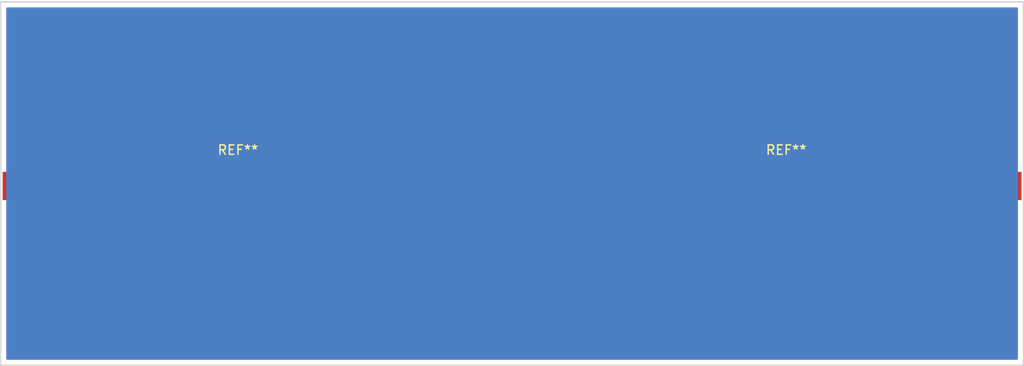
<source format=kicad_pcb>
(kicad_pcb (version 20171130) (host pcbnew "(5.0.2)-1")

  (general
    (thickness 1.6)
    (drawings 4)
    (tracks 0)
    (zones 0)
    (modules 2)
    (nets 1)
  )

  (page A4)
  (layers
    (0 F.Cu signal)
    (31 B.Cu signal)
    (32 B.Adhes user hide)
    (33 F.Adhes user)
    (34 B.Paste user hide)
    (35 F.Paste user)
    (36 B.SilkS user hide)
    (37 F.SilkS user)
    (38 B.Mask user hide)
    (39 F.Mask user)
    (40 Dwgs.User user)
    (41 Cmts.User user)
    (42 Eco1.User user)
    (43 Eco2.User user)
    (44 Edge.Cuts user)
    (45 Margin user)
    (46 B.CrtYd user hide)
    (47 F.CrtYd user)
    (48 B.Fab user hide)
    (49 F.Fab user)
  )

  (setup
    (last_trace_width 0.25)
    (trace_clearance 0.2)
    (zone_clearance 0.508)
    (zone_45_only no)
    (trace_min 0.2)
    (segment_width 0.2)
    (edge_width 0.15)
    (via_size 0.8)
    (via_drill 0.4)
    (via_min_size 0.4)
    (via_min_drill 0.3)
    (uvia_size 0.3)
    (uvia_drill 0.1)
    (uvias_allowed no)
    (uvia_min_size 0.2)
    (uvia_min_drill 0.1)
    (pcb_text_width 0.3)
    (pcb_text_size 1.5 1.5)
    (mod_edge_width 0.15)
    (mod_text_size 1 1)
    (mod_text_width 0.15)
    (pad_size 2.9972 49.8)
    (pad_drill 0)
    (pad_to_mask_clearance 0.051)
    (solder_mask_min_width 0.25)
    (aux_axis_origin 0 0)
    (visible_elements FFFFFF7F)
    (pcbplotparams
      (layerselection 0x010fc_ffffffff)
      (usegerberextensions false)
      (usegerberattributes false)
      (usegerberadvancedattributes false)
      (creategerberjobfile false)
      (excludeedgelayer true)
      (linewidth 0.100000)
      (plotframeref false)
      (viasonmask false)
      (mode 1)
      (useauxorigin false)
      (hpglpennumber 1)
      (hpglpenspeed 20)
      (hpglpendiameter 15.000000)
      (psnegative false)
      (psa4output false)
      (plotreference true)
      (plotvalue true)
      (plotinvisibletext false)
      (padsonsilk false)
      (subtractmaskfromsilk false)
      (outputformat 1)
      (mirror false)
      (drillshape 1)
      (scaleselection 1)
      (outputdirectory ""))
  )

  (net 0 "")

  (net_class Default "This is the default net class."
    (clearance 0.2)
    (trace_width 0.25)
    (via_dia 0.8)
    (via_drill 0.4)
    (uvia_dia 0.3)
    (uvia_drill 0.1)
  )

  (module Wire_Pads:SolderWirePad_single_SMD_5x10mm (layer F.Cu) (tedit 5D1267F5) (tstamp 5D125430)
    (at 120 71.2)
    (descr "Wire Pad, Square, SMD Pad,  5mm x 10mm,")
    (tags "MesurementPoint Square SMDPad 5mmx10mm ")
    (attr smd)
    (fp_text reference REF** (at 0 -3.81) (layer F.SilkS)
      (effects (font (size 1 1) (thickness 0.15)))
    )
    (fp_text value SolderWirePad_single_SMD_5x10mm (at 0 6.35) (layer F.Fab)
      (effects (font (size 1 1) (thickness 0.15)))
    )
    (fp_line (start 2.75 -5.25) (end -2.75 -5.25) (layer F.CrtYd) (width 0.05))
    (fp_line (start 2.75 5.25) (end 2.75 -5.25) (layer F.CrtYd) (width 0.05))
    (fp_line (start -2.75 5.25) (end 2.75 5.25) (layer F.CrtYd) (width 0.05))
    (fp_line (start -2.75 -5.25) (end -2.75 5.25) (layer F.CrtYd) (width 0.05))
    (pad 1 smd rect (at 0 0 90) (size 2.9972 49.8) (layers F.Cu F.Paste F.Mask))
  )

  (module Wire_Pads:SolderWirePad_single_SMD_5x10mm (layer F.Cu) (tedit 5D12670F) (tstamp 5D1255C6)
    (at 178 71.2)
    (descr "Wire Pad, Square, SMD Pad,  5mm x 10mm,")
    (tags "MesurementPoint Square SMDPad 5mmx10mm ")
    (attr smd)
    (fp_text reference REF** (at 0 -3.81) (layer F.SilkS)
      (effects (font (size 1 1) (thickness 0.15)))
    )
    (fp_text value SolderWirePad_single_SMD_5x10mm (at 0 6.35) (layer F.Fab)
      (effects (font (size 1 1) (thickness 0.15)))
    )
    (fp_line (start -2.75 -5.25) (end -2.75 5.25) (layer F.CrtYd) (width 0.05))
    (fp_line (start -2.75 5.25) (end 2.75 5.25) (layer F.CrtYd) (width 0.05))
    (fp_line (start 2.75 5.25) (end 2.75 -5.25) (layer F.CrtYd) (width 0.05))
    (fp_line (start 2.75 -5.25) (end -2.75 -5.25) (layer F.CrtYd) (width 0.05))
    (pad 1 smd rect (at 0 0 90) (size 2.9972 49.8) (layers F.Cu F.Paste F.Mask))
  )

  (gr_line (start 94.9 90.2) (end 203.1 90.2) (layer Edge.Cuts) (width 0.15) (tstamp 5D125C70))
  (gr_line (start 94.9 51.7) (end 94.9 90.1) (layer Edge.Cuts) (width 0.15))
  (gr_line (start 203.1 51.7) (end 203.1 90.2) (layer Edge.Cuts) (width 0.15) (tstamp 5D125A21))
  (gr_line (start 94.9 51.7) (end 203.1 51.7) (layer Edge.Cuts) (width 0.15) (tstamp 5D125728))

  (zone (net 0) (net_name "") (layer B.Cu) (tstamp 0) (hatch edge 0.508)
    (connect_pads (clearance 0.508))
    (min_thickness 0.254)
    (fill yes (arc_segments 16) (thermal_gap 0.508) (thermal_bridge_width 0.508))
    (polygon
      (pts
        (xy 94.9 51.7) (xy 203 51.5) (xy 203.1 90.3) (xy 95.1 90.1)
      )
    )
    (filled_polygon
      (pts
        (xy 202.390001 89.49) (xy 95.61 89.49) (xy 95.61 52.41) (xy 202.39 52.41)
      )
    )
  )
)

</source>
